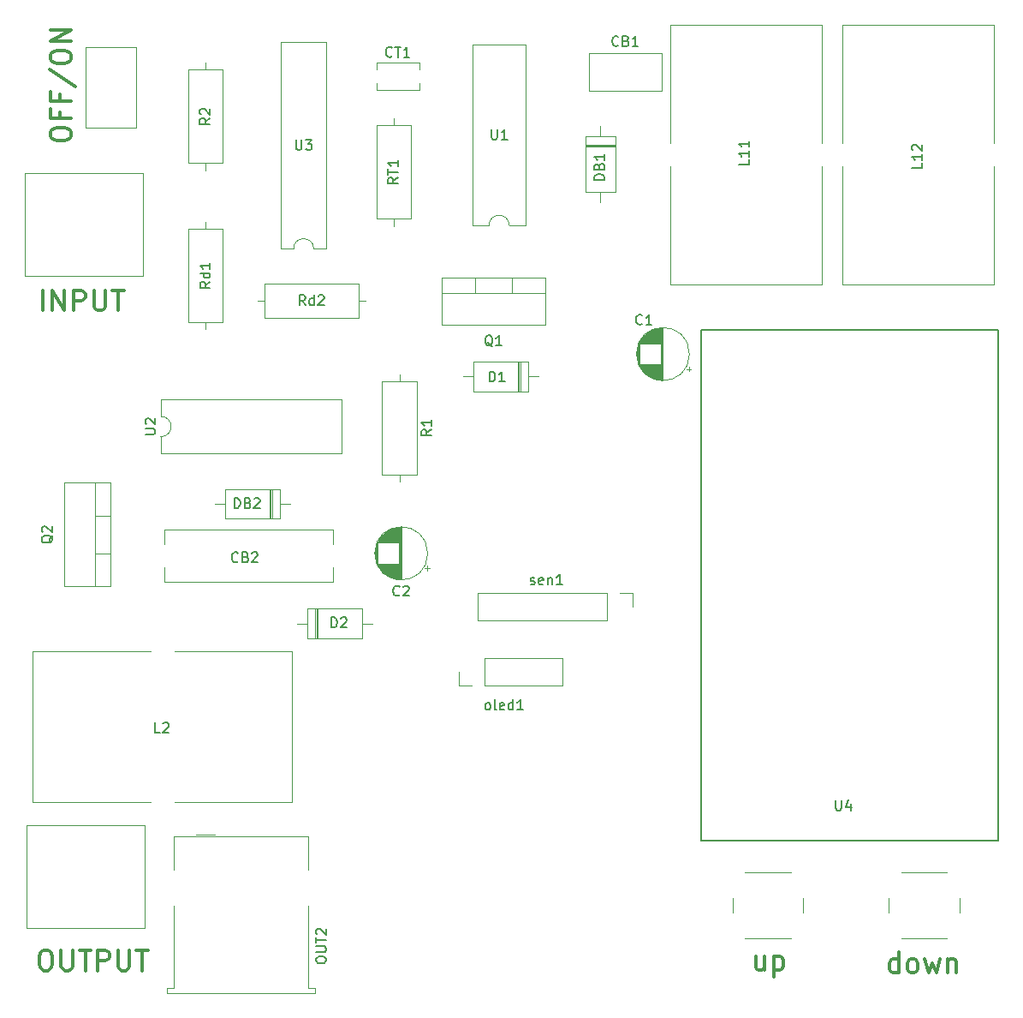
<source format=gbr>
%TF.GenerationSoftware,KiCad,Pcbnew,(5.1.10-1-10_14)*%
%TF.CreationDate,2022-02-05T19:01:55-05:00*%
%TF.ProjectId,Proyecto_ELPO_PV,50726f79-6563-4746-9f5f-454c504f5f50,rev?*%
%TF.SameCoordinates,Original*%
%TF.FileFunction,Legend,Top*%
%TF.FilePolarity,Positive*%
%FSLAX46Y46*%
G04 Gerber Fmt 4.6, Leading zero omitted, Abs format (unit mm)*
G04 Created by KiCad (PCBNEW (5.1.10-1-10_14)) date 2022-02-05 19:01:55*
%MOMM*%
%LPD*%
G01*
G04 APERTURE LIST*
%ADD10C,0.120000*%
%ADD11C,0.127000*%
%ADD12C,0.350000*%
%ADD13C,0.150000*%
G04 APERTURE END LIST*
D10*
%TO.C,OFF/ON*%
X49947200Y-42188900D02*
X44947200Y-42188900D01*
X44947200Y-34188900D02*
X44947200Y-42188900D01*
X49947200Y-34188900D02*
X44947200Y-34188900D01*
X49947200Y-42188900D02*
X49947200Y-34188900D01*
%TO.C,OUTPUT*%
X50774400Y-121208800D02*
X50774400Y-111048800D01*
X50774400Y-121208800D02*
X39074400Y-121208800D01*
X39074400Y-111048800D02*
X39074400Y-121208800D01*
X50774400Y-111048800D02*
X39074400Y-111048800D01*
%TO.C,INPUT*%
X50634700Y-46621700D02*
X38934700Y-46621700D01*
X38934700Y-46621700D02*
X38934700Y-56781700D01*
X38934700Y-56781700D02*
X50634700Y-56781700D01*
X50634700Y-56781700D02*
X50634700Y-46621700D01*
%TO.C,U1*%
X83176600Y-51812500D02*
X84826600Y-51812500D01*
X83176600Y-33912500D02*
X83176600Y-51812500D01*
X88476600Y-33912500D02*
X83176600Y-33912500D01*
X88476600Y-51812500D02*
X88476600Y-33912500D01*
X86826600Y-51812500D02*
X88476600Y-51812500D01*
X84826600Y-51812500D02*
G75*
G02*
X86826600Y-51812500I1000000J0D01*
G01*
D11*
%TO.C,U4*%
X135172200Y-62176000D02*
X135172200Y-112576000D01*
X135172200Y-112576000D02*
X105772200Y-112576000D01*
X105772200Y-112576000D02*
X105772200Y-62176000D01*
X105772200Y-62176000D02*
X135172200Y-62176000D01*
D10*
%TO.C,oled1*%
X92084200Y-97240400D02*
X92084200Y-94580400D01*
X84404200Y-97240400D02*
X92084200Y-97240400D01*
X84404200Y-94580400D02*
X92084200Y-94580400D01*
X84404200Y-97240400D02*
X84404200Y-94580400D01*
X83134200Y-97240400D02*
X81804200Y-97240400D01*
X81804200Y-97240400D02*
X81804200Y-95910400D01*
%TO.C,sen1*%
X83696500Y-88166900D02*
X83696500Y-90826900D01*
X96456500Y-88166900D02*
X83696500Y-88166900D01*
X96456500Y-90826900D02*
X83696500Y-90826900D01*
X96456500Y-88166900D02*
X96456500Y-90826900D01*
X97726500Y-88166900D02*
X99056500Y-88166900D01*
X99056500Y-88166900D02*
X99056500Y-89496900D01*
%TO.C,down*%
X125637800Y-122238400D02*
X130137800Y-122238400D01*
X124387800Y-118238400D02*
X124387800Y-119738400D01*
X130137800Y-115738400D02*
X125637800Y-115738400D01*
X131387800Y-119738400D02*
X131387800Y-118238400D01*
%TO.C,up*%
X115906500Y-119738400D02*
X115906500Y-118238400D01*
X114656500Y-115738400D02*
X110156500Y-115738400D01*
X108906500Y-118238400D02*
X108906500Y-119738400D01*
X110156500Y-122238400D02*
X114656500Y-122238400D01*
%TO.C,OUT2*%
X53634400Y-127146700D02*
X53634400Y-119036700D01*
X53634400Y-127146700D02*
X52984400Y-127146700D01*
X53634400Y-112186700D02*
X66954400Y-112186700D01*
X53634400Y-112186700D02*
X53634400Y-115516700D01*
X66954400Y-112186700D02*
X66954400Y-115516700D01*
X67604400Y-127666700D02*
X67604400Y-127146700D01*
X52984400Y-127666700D02*
X67604400Y-127666700D01*
X66954400Y-119036700D02*
X66954400Y-127146700D01*
X52984400Y-127146700D02*
X52984400Y-127666700D01*
X67604400Y-127146700D02*
X66954400Y-127146700D01*
X55894400Y-111966700D02*
X57694400Y-111966700D01*
%TO.C,C2*%
X78763800Y-84213700D02*
G75*
G03*
X78763800Y-84213700I-2620000J0D01*
G01*
X76143800Y-86793700D02*
X76143800Y-81633700D01*
X76103800Y-86793700D02*
X76103800Y-81633700D01*
X76063800Y-86792700D02*
X76063800Y-81634700D01*
X76023800Y-86791700D02*
X76023800Y-81635700D01*
X75983800Y-86789700D02*
X75983800Y-81637700D01*
X75943800Y-86786700D02*
X75943800Y-81640700D01*
X75903800Y-86782700D02*
X75903800Y-85253700D01*
X75903800Y-83173700D02*
X75903800Y-81644700D01*
X75863800Y-86778700D02*
X75863800Y-85253700D01*
X75863800Y-83173700D02*
X75863800Y-81648700D01*
X75823800Y-86774700D02*
X75823800Y-85253700D01*
X75823800Y-83173700D02*
X75823800Y-81652700D01*
X75783800Y-86769700D02*
X75783800Y-85253700D01*
X75783800Y-83173700D02*
X75783800Y-81657700D01*
X75743800Y-86763700D02*
X75743800Y-85253700D01*
X75743800Y-83173700D02*
X75743800Y-81663700D01*
X75703800Y-86756700D02*
X75703800Y-85253700D01*
X75703800Y-83173700D02*
X75703800Y-81670700D01*
X75663800Y-86749700D02*
X75663800Y-85253700D01*
X75663800Y-83173700D02*
X75663800Y-81677700D01*
X75623800Y-86741700D02*
X75623800Y-85253700D01*
X75623800Y-83173700D02*
X75623800Y-81685700D01*
X75583800Y-86733700D02*
X75583800Y-85253700D01*
X75583800Y-83173700D02*
X75583800Y-81693700D01*
X75543800Y-86724700D02*
X75543800Y-85253700D01*
X75543800Y-83173700D02*
X75543800Y-81702700D01*
X75503800Y-86714700D02*
X75503800Y-85253700D01*
X75503800Y-83173700D02*
X75503800Y-81712700D01*
X75463800Y-86704700D02*
X75463800Y-85253700D01*
X75463800Y-83173700D02*
X75463800Y-81722700D01*
X75422800Y-86693700D02*
X75422800Y-85253700D01*
X75422800Y-83173700D02*
X75422800Y-81733700D01*
X75382800Y-86681700D02*
X75382800Y-85253700D01*
X75382800Y-83173700D02*
X75382800Y-81745700D01*
X75342800Y-86668700D02*
X75342800Y-85253700D01*
X75342800Y-83173700D02*
X75342800Y-81758700D01*
X75302800Y-86655700D02*
X75302800Y-85253700D01*
X75302800Y-83173700D02*
X75302800Y-81771700D01*
X75262800Y-86641700D02*
X75262800Y-85253700D01*
X75262800Y-83173700D02*
X75262800Y-81785700D01*
X75222800Y-86627700D02*
X75222800Y-85253700D01*
X75222800Y-83173700D02*
X75222800Y-81799700D01*
X75182800Y-86611700D02*
X75182800Y-85253700D01*
X75182800Y-83173700D02*
X75182800Y-81815700D01*
X75142800Y-86595700D02*
X75142800Y-85253700D01*
X75142800Y-83173700D02*
X75142800Y-81831700D01*
X75102800Y-86578700D02*
X75102800Y-85253700D01*
X75102800Y-83173700D02*
X75102800Y-81848700D01*
X75062800Y-86561700D02*
X75062800Y-85253700D01*
X75062800Y-83173700D02*
X75062800Y-81865700D01*
X75022800Y-86542700D02*
X75022800Y-85253700D01*
X75022800Y-83173700D02*
X75022800Y-81884700D01*
X74982800Y-86523700D02*
X74982800Y-85253700D01*
X74982800Y-83173700D02*
X74982800Y-81903700D01*
X74942800Y-86503700D02*
X74942800Y-85253700D01*
X74942800Y-83173700D02*
X74942800Y-81923700D01*
X74902800Y-86481700D02*
X74902800Y-85253700D01*
X74902800Y-83173700D02*
X74902800Y-81945700D01*
X74862800Y-86460700D02*
X74862800Y-85253700D01*
X74862800Y-83173700D02*
X74862800Y-81966700D01*
X74822800Y-86437700D02*
X74822800Y-85253700D01*
X74822800Y-83173700D02*
X74822800Y-81989700D01*
X74782800Y-86413700D02*
X74782800Y-85253700D01*
X74782800Y-83173700D02*
X74782800Y-82013700D01*
X74742800Y-86388700D02*
X74742800Y-85253700D01*
X74742800Y-83173700D02*
X74742800Y-82038700D01*
X74702800Y-86362700D02*
X74702800Y-85253700D01*
X74702800Y-83173700D02*
X74702800Y-82064700D01*
X74662800Y-86335700D02*
X74662800Y-85253700D01*
X74662800Y-83173700D02*
X74662800Y-82091700D01*
X74622800Y-86308700D02*
X74622800Y-85253700D01*
X74622800Y-83173700D02*
X74622800Y-82118700D01*
X74582800Y-86278700D02*
X74582800Y-85253700D01*
X74582800Y-83173700D02*
X74582800Y-82148700D01*
X74542800Y-86248700D02*
X74542800Y-85253700D01*
X74542800Y-83173700D02*
X74542800Y-82178700D01*
X74502800Y-86217700D02*
X74502800Y-85253700D01*
X74502800Y-83173700D02*
X74502800Y-82209700D01*
X74462800Y-86184700D02*
X74462800Y-85253700D01*
X74462800Y-83173700D02*
X74462800Y-82242700D01*
X74422800Y-86150700D02*
X74422800Y-85253700D01*
X74422800Y-83173700D02*
X74422800Y-82276700D01*
X74382800Y-86114700D02*
X74382800Y-85253700D01*
X74382800Y-83173700D02*
X74382800Y-82312700D01*
X74342800Y-86077700D02*
X74342800Y-85253700D01*
X74342800Y-83173700D02*
X74342800Y-82349700D01*
X74302800Y-86039700D02*
X74302800Y-85253700D01*
X74302800Y-83173700D02*
X74302800Y-82387700D01*
X74262800Y-85998700D02*
X74262800Y-85253700D01*
X74262800Y-83173700D02*
X74262800Y-82428700D01*
X74222800Y-85956700D02*
X74222800Y-85253700D01*
X74222800Y-83173700D02*
X74222800Y-82470700D01*
X74182800Y-85912700D02*
X74182800Y-85253700D01*
X74182800Y-83173700D02*
X74182800Y-82514700D01*
X74142800Y-85866700D02*
X74142800Y-85253700D01*
X74142800Y-83173700D02*
X74142800Y-82560700D01*
X74102800Y-85818700D02*
X74102800Y-85253700D01*
X74102800Y-83173700D02*
X74102800Y-82608700D01*
X74062800Y-85767700D02*
X74062800Y-85253700D01*
X74062800Y-83173700D02*
X74062800Y-82659700D01*
X74022800Y-85713700D02*
X74022800Y-85253700D01*
X74022800Y-83173700D02*
X74022800Y-82713700D01*
X73982800Y-85656700D02*
X73982800Y-85253700D01*
X73982800Y-83173700D02*
X73982800Y-82770700D01*
X73942800Y-85596700D02*
X73942800Y-85253700D01*
X73942800Y-83173700D02*
X73942800Y-82830700D01*
X73902800Y-85532700D02*
X73902800Y-85253700D01*
X73902800Y-83173700D02*
X73902800Y-82894700D01*
X73862800Y-85464700D02*
X73862800Y-85253700D01*
X73862800Y-83173700D02*
X73862800Y-82962700D01*
X73822800Y-85391700D02*
X73822800Y-83035700D01*
X73782800Y-85311700D02*
X73782800Y-83115700D01*
X73742800Y-85224700D02*
X73742800Y-83202700D01*
X73702800Y-85128700D02*
X73702800Y-83298700D01*
X73662800Y-85018700D02*
X73662800Y-83408700D01*
X73622800Y-84890700D02*
X73622800Y-83536700D01*
X73582800Y-84731700D02*
X73582800Y-83695700D01*
X73542800Y-84497700D02*
X73542800Y-83929700D01*
X78948575Y-85688700D02*
X78448575Y-85688700D01*
X78698575Y-85938700D02*
X78698575Y-85438700D01*
%TO.C,D2*%
X66863300Y-89690600D02*
X66863300Y-92630600D01*
X66863300Y-92630600D02*
X72303300Y-92630600D01*
X72303300Y-92630600D02*
X72303300Y-89690600D01*
X72303300Y-89690600D02*
X66863300Y-89690600D01*
X65843300Y-91160600D02*
X66863300Y-91160600D01*
X73323300Y-91160600D02*
X72303300Y-91160600D01*
X67763300Y-89690600D02*
X67763300Y-92630600D01*
X67883300Y-89690600D02*
X67883300Y-92630600D01*
X67643300Y-89690600D02*
X67643300Y-92630600D01*
%TO.C,L2*%
X65359900Y-93880000D02*
X65359900Y-108820000D01*
X39719900Y-93880000D02*
X39719900Y-108820000D01*
X53705900Y-108820000D02*
X65359900Y-108820000D01*
X39719900Y-108820000D02*
X51373900Y-108820000D01*
X53705900Y-93880000D02*
X65359900Y-93880000D01*
X39719900Y-93880000D02*
X51373900Y-93880000D01*
%TO.C,Q2*%
X47415200Y-84197800D02*
X45905200Y-84197800D01*
X47415200Y-80496800D02*
X45905200Y-80496800D01*
X45905200Y-77226800D02*
X45905200Y-87466800D01*
X47415200Y-87466800D02*
X42774200Y-87466800D01*
X47415200Y-77226800D02*
X42774200Y-77226800D01*
X42774200Y-77226800D02*
X42774200Y-87466800D01*
X47415200Y-77226800D02*
X47415200Y-87466800D01*
%TO.C,R1*%
X77691400Y-67198500D02*
X74251400Y-67198500D01*
X74251400Y-67198500D02*
X74251400Y-76438500D01*
X74251400Y-76438500D02*
X77691400Y-76438500D01*
X77691400Y-76438500D02*
X77691400Y-67198500D01*
X75971400Y-66508500D02*
X75971400Y-67198500D01*
X75971400Y-77128500D02*
X75971400Y-76438500D01*
%TO.C,U2*%
X52378300Y-72678800D02*
X52378300Y-74328800D01*
X52378300Y-74328800D02*
X70278300Y-74328800D01*
X70278300Y-74328800D02*
X70278300Y-69028800D01*
X70278300Y-69028800D02*
X52378300Y-69028800D01*
X52378300Y-69028800D02*
X52378300Y-70678800D01*
X52378300Y-70678800D02*
G75*
G02*
X52378300Y-72678800I0J-1000000D01*
G01*
%TO.C,DB2*%
X63369900Y-80781500D02*
X63369900Y-77841500D01*
X63129900Y-80781500D02*
X63129900Y-77841500D01*
X63249900Y-80781500D02*
X63249900Y-77841500D01*
X57689900Y-79311500D02*
X58709900Y-79311500D01*
X65169900Y-79311500D02*
X64149900Y-79311500D01*
X58709900Y-80781500D02*
X64149900Y-80781500D01*
X58709900Y-77841500D02*
X58709900Y-80781500D01*
X64149900Y-77841500D02*
X58709900Y-77841500D01*
X64149900Y-80781500D02*
X64149900Y-77841500D01*
%TO.C,CB2*%
X69437300Y-87062300D02*
X52697300Y-87062300D01*
X69437300Y-81822300D02*
X52697300Y-81822300D01*
X69437300Y-87062300D02*
X69437300Y-85546300D01*
X69437300Y-83338300D02*
X69437300Y-81822300D01*
X52697300Y-87062300D02*
X52697300Y-85546300D01*
X52697300Y-83338300D02*
X52697300Y-81822300D01*
%TO.C,Rd2*%
X62664600Y-57538200D02*
X62664600Y-60978200D01*
X62664600Y-60978200D02*
X71904600Y-60978200D01*
X71904600Y-60978200D02*
X71904600Y-57538200D01*
X71904600Y-57538200D02*
X62664600Y-57538200D01*
X61974600Y-59258200D02*
X62664600Y-59258200D01*
X72594600Y-59258200D02*
X71904600Y-59258200D01*
%TO.C,Q1*%
X80160500Y-56953400D02*
X90400500Y-56953400D01*
X80160500Y-61594400D02*
X90400500Y-61594400D01*
X80160500Y-56953400D02*
X80160500Y-61594400D01*
X90400500Y-56953400D02*
X90400500Y-61594400D01*
X80160500Y-58463400D02*
X90400500Y-58463400D01*
X83430500Y-56953400D02*
X83430500Y-58463400D01*
X87131500Y-56953400D02*
X87131500Y-58463400D01*
%TO.C,DB1*%
X97304200Y-43818100D02*
X94364200Y-43818100D01*
X97304200Y-44058100D02*
X94364200Y-44058100D01*
X97304200Y-43938100D02*
X94364200Y-43938100D01*
X95834200Y-49498100D02*
X95834200Y-48478100D01*
X95834200Y-42018100D02*
X95834200Y-43038100D01*
X97304200Y-48478100D02*
X97304200Y-43038100D01*
X94364200Y-48478100D02*
X97304200Y-48478100D01*
X94364200Y-43038100D02*
X94364200Y-48478100D01*
X97304200Y-43038100D02*
X94364200Y-43038100D01*
%TO.C,CB1*%
X94676100Y-34769500D02*
X101916100Y-34769500D01*
X94676100Y-38509500D02*
X101916100Y-38509500D01*
X94676100Y-34769500D02*
X94676100Y-38509500D01*
X101916100Y-34769500D02*
X101916100Y-38509500D01*
%TO.C,D1*%
X87919000Y-68208500D02*
X87919000Y-65268500D01*
X87679000Y-68208500D02*
X87679000Y-65268500D01*
X87799000Y-68208500D02*
X87799000Y-65268500D01*
X82239000Y-66738500D02*
X83259000Y-66738500D01*
X89719000Y-66738500D02*
X88699000Y-66738500D01*
X83259000Y-68208500D02*
X88699000Y-68208500D01*
X83259000Y-65268500D02*
X83259000Y-68208500D01*
X88699000Y-65268500D02*
X83259000Y-65268500D01*
X88699000Y-68208500D02*
X88699000Y-65268500D01*
%TO.C,L11*%
X102782700Y-57625600D02*
X102782700Y-45971600D01*
X102782700Y-43639600D02*
X102782700Y-31985600D01*
X117722700Y-57625600D02*
X117722700Y-45971600D01*
X117722700Y-43639600D02*
X117722700Y-31985600D01*
X102782700Y-57625600D02*
X117722700Y-57625600D01*
X102782700Y-31985600D02*
X117722700Y-31985600D01*
%TO.C,L12*%
X119800700Y-31998300D02*
X134740700Y-31998300D01*
X119800700Y-57638300D02*
X134740700Y-57638300D01*
X134740700Y-43652300D02*
X134740700Y-31998300D01*
X134740700Y-57638300D02*
X134740700Y-45984300D01*
X119800700Y-43652300D02*
X119800700Y-31998300D01*
X119800700Y-57638300D02*
X119800700Y-45984300D01*
%TO.C,R2*%
X56781700Y-35736400D02*
X56781700Y-36426400D01*
X56781700Y-46356400D02*
X56781700Y-45666400D01*
X55061700Y-36426400D02*
X55061700Y-45666400D01*
X58501700Y-36426400D02*
X55061700Y-36426400D01*
X58501700Y-45666400D02*
X58501700Y-36426400D01*
X55061700Y-45666400D02*
X58501700Y-45666400D01*
%TO.C,U3*%
X67497200Y-54123900D02*
X68747200Y-54123900D01*
X68747200Y-54123900D02*
X68747200Y-33683900D01*
X68747200Y-33683900D02*
X64247200Y-33683900D01*
X64247200Y-33683900D02*
X64247200Y-54123900D01*
X64247200Y-54123900D02*
X65497200Y-54123900D01*
X65497200Y-54123900D02*
G75*
G02*
X67497200Y-54123900I1000000J0D01*
G01*
%TO.C,C1*%
X104646400Y-64516000D02*
G75*
G03*
X104646400Y-64516000I-2620000J0D01*
G01*
X102026400Y-67096000D02*
X102026400Y-61936000D01*
X101986400Y-67096000D02*
X101986400Y-61936000D01*
X101946400Y-67095000D02*
X101946400Y-61937000D01*
X101906400Y-67094000D02*
X101906400Y-61938000D01*
X101866400Y-67092000D02*
X101866400Y-61940000D01*
X101826400Y-67089000D02*
X101826400Y-61943000D01*
X101786400Y-67085000D02*
X101786400Y-65556000D01*
X101786400Y-63476000D02*
X101786400Y-61947000D01*
X101746400Y-67081000D02*
X101746400Y-65556000D01*
X101746400Y-63476000D02*
X101746400Y-61951000D01*
X101706400Y-67077000D02*
X101706400Y-65556000D01*
X101706400Y-63476000D02*
X101706400Y-61955000D01*
X101666400Y-67072000D02*
X101666400Y-65556000D01*
X101666400Y-63476000D02*
X101666400Y-61960000D01*
X101626400Y-67066000D02*
X101626400Y-65556000D01*
X101626400Y-63476000D02*
X101626400Y-61966000D01*
X101586400Y-67059000D02*
X101586400Y-65556000D01*
X101586400Y-63476000D02*
X101586400Y-61973000D01*
X101546400Y-67052000D02*
X101546400Y-65556000D01*
X101546400Y-63476000D02*
X101546400Y-61980000D01*
X101506400Y-67044000D02*
X101506400Y-65556000D01*
X101506400Y-63476000D02*
X101506400Y-61988000D01*
X101466400Y-67036000D02*
X101466400Y-65556000D01*
X101466400Y-63476000D02*
X101466400Y-61996000D01*
X101426400Y-67027000D02*
X101426400Y-65556000D01*
X101426400Y-63476000D02*
X101426400Y-62005000D01*
X101386400Y-67017000D02*
X101386400Y-65556000D01*
X101386400Y-63476000D02*
X101386400Y-62015000D01*
X101346400Y-67007000D02*
X101346400Y-65556000D01*
X101346400Y-63476000D02*
X101346400Y-62025000D01*
X101305400Y-66996000D02*
X101305400Y-65556000D01*
X101305400Y-63476000D02*
X101305400Y-62036000D01*
X101265400Y-66984000D02*
X101265400Y-65556000D01*
X101265400Y-63476000D02*
X101265400Y-62048000D01*
X101225400Y-66971000D02*
X101225400Y-65556000D01*
X101225400Y-63476000D02*
X101225400Y-62061000D01*
X101185400Y-66958000D02*
X101185400Y-65556000D01*
X101185400Y-63476000D02*
X101185400Y-62074000D01*
X101145400Y-66944000D02*
X101145400Y-65556000D01*
X101145400Y-63476000D02*
X101145400Y-62088000D01*
X101105400Y-66930000D02*
X101105400Y-65556000D01*
X101105400Y-63476000D02*
X101105400Y-62102000D01*
X101065400Y-66914000D02*
X101065400Y-65556000D01*
X101065400Y-63476000D02*
X101065400Y-62118000D01*
X101025400Y-66898000D02*
X101025400Y-65556000D01*
X101025400Y-63476000D02*
X101025400Y-62134000D01*
X100985400Y-66881000D02*
X100985400Y-65556000D01*
X100985400Y-63476000D02*
X100985400Y-62151000D01*
X100945400Y-66864000D02*
X100945400Y-65556000D01*
X100945400Y-63476000D02*
X100945400Y-62168000D01*
X100905400Y-66845000D02*
X100905400Y-65556000D01*
X100905400Y-63476000D02*
X100905400Y-62187000D01*
X100865400Y-66826000D02*
X100865400Y-65556000D01*
X100865400Y-63476000D02*
X100865400Y-62206000D01*
X100825400Y-66806000D02*
X100825400Y-65556000D01*
X100825400Y-63476000D02*
X100825400Y-62226000D01*
X100785400Y-66784000D02*
X100785400Y-65556000D01*
X100785400Y-63476000D02*
X100785400Y-62248000D01*
X100745400Y-66763000D02*
X100745400Y-65556000D01*
X100745400Y-63476000D02*
X100745400Y-62269000D01*
X100705400Y-66740000D02*
X100705400Y-65556000D01*
X100705400Y-63476000D02*
X100705400Y-62292000D01*
X100665400Y-66716000D02*
X100665400Y-65556000D01*
X100665400Y-63476000D02*
X100665400Y-62316000D01*
X100625400Y-66691000D02*
X100625400Y-65556000D01*
X100625400Y-63476000D02*
X100625400Y-62341000D01*
X100585400Y-66665000D02*
X100585400Y-65556000D01*
X100585400Y-63476000D02*
X100585400Y-62367000D01*
X100545400Y-66638000D02*
X100545400Y-65556000D01*
X100545400Y-63476000D02*
X100545400Y-62394000D01*
X100505400Y-66611000D02*
X100505400Y-65556000D01*
X100505400Y-63476000D02*
X100505400Y-62421000D01*
X100465400Y-66581000D02*
X100465400Y-65556000D01*
X100465400Y-63476000D02*
X100465400Y-62451000D01*
X100425400Y-66551000D02*
X100425400Y-65556000D01*
X100425400Y-63476000D02*
X100425400Y-62481000D01*
X100385400Y-66520000D02*
X100385400Y-65556000D01*
X100385400Y-63476000D02*
X100385400Y-62512000D01*
X100345400Y-66487000D02*
X100345400Y-65556000D01*
X100345400Y-63476000D02*
X100345400Y-62545000D01*
X100305400Y-66453000D02*
X100305400Y-65556000D01*
X100305400Y-63476000D02*
X100305400Y-62579000D01*
X100265400Y-66417000D02*
X100265400Y-65556000D01*
X100265400Y-63476000D02*
X100265400Y-62615000D01*
X100225400Y-66380000D02*
X100225400Y-65556000D01*
X100225400Y-63476000D02*
X100225400Y-62652000D01*
X100185400Y-66342000D02*
X100185400Y-65556000D01*
X100185400Y-63476000D02*
X100185400Y-62690000D01*
X100145400Y-66301000D02*
X100145400Y-65556000D01*
X100145400Y-63476000D02*
X100145400Y-62731000D01*
X100105400Y-66259000D02*
X100105400Y-65556000D01*
X100105400Y-63476000D02*
X100105400Y-62773000D01*
X100065400Y-66215000D02*
X100065400Y-65556000D01*
X100065400Y-63476000D02*
X100065400Y-62817000D01*
X100025400Y-66169000D02*
X100025400Y-65556000D01*
X100025400Y-63476000D02*
X100025400Y-62863000D01*
X99985400Y-66121000D02*
X99985400Y-65556000D01*
X99985400Y-63476000D02*
X99985400Y-62911000D01*
X99945400Y-66070000D02*
X99945400Y-65556000D01*
X99945400Y-63476000D02*
X99945400Y-62962000D01*
X99905400Y-66016000D02*
X99905400Y-65556000D01*
X99905400Y-63476000D02*
X99905400Y-63016000D01*
X99865400Y-65959000D02*
X99865400Y-65556000D01*
X99865400Y-63476000D02*
X99865400Y-63073000D01*
X99825400Y-65899000D02*
X99825400Y-65556000D01*
X99825400Y-63476000D02*
X99825400Y-63133000D01*
X99785400Y-65835000D02*
X99785400Y-65556000D01*
X99785400Y-63476000D02*
X99785400Y-63197000D01*
X99745400Y-65767000D02*
X99745400Y-65556000D01*
X99745400Y-63476000D02*
X99745400Y-63265000D01*
X99705400Y-65694000D02*
X99705400Y-63338000D01*
X99665400Y-65614000D02*
X99665400Y-63418000D01*
X99625400Y-65527000D02*
X99625400Y-63505000D01*
X99585400Y-65431000D02*
X99585400Y-63601000D01*
X99545400Y-65321000D02*
X99545400Y-63711000D01*
X99505400Y-65193000D02*
X99505400Y-63839000D01*
X99465400Y-65034000D02*
X99465400Y-63998000D01*
X99425400Y-64800000D02*
X99425400Y-64232000D01*
X104831175Y-65991000D02*
X104331175Y-65991000D01*
X104581175Y-66241000D02*
X104581175Y-65741000D01*
%TO.C,CT1*%
X77984400Y-38441300D02*
X73744400Y-38441300D01*
X77984400Y-35701300D02*
X73744400Y-35701300D01*
X77984400Y-38441300D02*
X77984400Y-37736300D01*
X77984400Y-36406300D02*
X77984400Y-35701300D01*
X73744400Y-38441300D02*
X73744400Y-37736300D01*
X73744400Y-36406300D02*
X73744400Y-35701300D01*
%TO.C,Rd1*%
X58501700Y-52136300D02*
X55061700Y-52136300D01*
X55061700Y-52136300D02*
X55061700Y-61376300D01*
X55061700Y-61376300D02*
X58501700Y-61376300D01*
X58501700Y-61376300D02*
X58501700Y-52136300D01*
X56781700Y-51446300D02*
X56781700Y-52136300D01*
X56781700Y-62066300D02*
X56781700Y-61376300D01*
%TO.C,RT1*%
X75399900Y-41235500D02*
X75399900Y-41925500D01*
X75399900Y-51855500D02*
X75399900Y-51165500D01*
X73679900Y-41925500D02*
X73679900Y-51165500D01*
X77119900Y-41925500D02*
X73679900Y-41925500D01*
X77119900Y-51165500D02*
X77119900Y-41925500D01*
X73679900Y-51165500D02*
X77119900Y-51165500D01*
%TO.C,OFF/ON*%
D12*
X41475161Y-42969819D02*
X41475161Y-42588866D01*
X41570400Y-42398390D01*
X41760876Y-42207914D01*
X42141828Y-42112676D01*
X42808495Y-42112676D01*
X43189447Y-42207914D01*
X43379923Y-42398390D01*
X43475161Y-42588866D01*
X43475161Y-42969819D01*
X43379923Y-43160295D01*
X43189447Y-43350771D01*
X42808495Y-43446009D01*
X42141828Y-43446009D01*
X41760876Y-43350771D01*
X41570400Y-43160295D01*
X41475161Y-42969819D01*
X42427542Y-40588866D02*
X42427542Y-41255533D01*
X43475161Y-41255533D02*
X41475161Y-41255533D01*
X41475161Y-40303152D01*
X42427542Y-38874580D02*
X42427542Y-39541247D01*
X43475161Y-39541247D02*
X41475161Y-39541247D01*
X41475161Y-38588866D01*
X41379923Y-36398390D02*
X43951352Y-38112676D01*
X41475161Y-35350771D02*
X41475161Y-34969819D01*
X41570400Y-34779342D01*
X41760876Y-34588866D01*
X42141828Y-34493628D01*
X42808495Y-34493628D01*
X43189447Y-34588866D01*
X43379923Y-34779342D01*
X43475161Y-34969819D01*
X43475161Y-35350771D01*
X43379923Y-35541247D01*
X43189447Y-35731723D01*
X42808495Y-35826961D01*
X42141828Y-35826961D01*
X41760876Y-35731723D01*
X41570400Y-35541247D01*
X41475161Y-35350771D01*
X43475161Y-33636485D02*
X41475161Y-33636485D01*
X43475161Y-32493628D01*
X41475161Y-32493628D01*
%TO.C,OUTPUT*%
X40796176Y-123428261D02*
X41177128Y-123428261D01*
X41367604Y-123523500D01*
X41558080Y-123713976D01*
X41653319Y-124094928D01*
X41653319Y-124761595D01*
X41558080Y-125142547D01*
X41367604Y-125333023D01*
X41177128Y-125428261D01*
X40796176Y-125428261D01*
X40605700Y-125333023D01*
X40415223Y-125142547D01*
X40319985Y-124761595D01*
X40319985Y-124094928D01*
X40415223Y-123713976D01*
X40605700Y-123523500D01*
X40796176Y-123428261D01*
X42510461Y-123428261D02*
X42510461Y-125047309D01*
X42605700Y-125237785D01*
X42700938Y-125333023D01*
X42891414Y-125428261D01*
X43272366Y-125428261D01*
X43462842Y-125333023D01*
X43558080Y-125237785D01*
X43653319Y-125047309D01*
X43653319Y-123428261D01*
X44319985Y-123428261D02*
X45462842Y-123428261D01*
X44891414Y-125428261D02*
X44891414Y-123428261D01*
X46129509Y-125428261D02*
X46129509Y-123428261D01*
X46891414Y-123428261D01*
X47081890Y-123523500D01*
X47177128Y-123618738D01*
X47272366Y-123809214D01*
X47272366Y-124094928D01*
X47177128Y-124285404D01*
X47081890Y-124380642D01*
X46891414Y-124475880D01*
X46129509Y-124475880D01*
X48129509Y-123428261D02*
X48129509Y-125047309D01*
X48224747Y-125237785D01*
X48319985Y-125333023D01*
X48510461Y-125428261D01*
X48891414Y-125428261D01*
X49081890Y-125333023D01*
X49177128Y-125237785D01*
X49272366Y-125047309D01*
X49272366Y-123428261D01*
X49939033Y-123428261D02*
X51081890Y-123428261D01*
X50510461Y-125428261D02*
X50510461Y-123428261D01*
%TO.C,INPUT*%
X40707157Y-60213761D02*
X40707157Y-58213761D01*
X41659538Y-60213761D02*
X41659538Y-58213761D01*
X42802395Y-60213761D01*
X42802395Y-58213761D01*
X43754776Y-60213761D02*
X43754776Y-58213761D01*
X44516680Y-58213761D01*
X44707157Y-58309000D01*
X44802395Y-58404238D01*
X44897633Y-58594714D01*
X44897633Y-58880428D01*
X44802395Y-59070904D01*
X44707157Y-59166142D01*
X44516680Y-59261380D01*
X43754776Y-59261380D01*
X45754776Y-58213761D02*
X45754776Y-59832809D01*
X45850014Y-60023285D01*
X45945252Y-60118523D01*
X46135728Y-60213761D01*
X46516680Y-60213761D01*
X46707157Y-60118523D01*
X46802395Y-60023285D01*
X46897633Y-59832809D01*
X46897633Y-58213761D01*
X47564300Y-58213761D02*
X48707157Y-58213761D01*
X48135728Y-60213761D02*
X48135728Y-58213761D01*
%TO.C,U1*%
D13*
X85064695Y-42314880D02*
X85064695Y-43124404D01*
X85112314Y-43219642D01*
X85159933Y-43267261D01*
X85255171Y-43314880D01*
X85445647Y-43314880D01*
X85540885Y-43267261D01*
X85588504Y-43219642D01*
X85636123Y-43124404D01*
X85636123Y-42314880D01*
X86636123Y-43314880D02*
X86064695Y-43314880D01*
X86350409Y-43314880D02*
X86350409Y-42314880D01*
X86255171Y-42457738D01*
X86159933Y-42552976D01*
X86064695Y-42600595D01*
%TO.C,U4*%
X119113101Y-108595969D02*
X119113101Y-109405805D01*
X119160738Y-109501080D01*
X119208376Y-109548718D01*
X119303650Y-109596355D01*
X119494200Y-109596355D01*
X119589475Y-109548718D01*
X119637112Y-109501080D01*
X119684750Y-109405805D01*
X119684750Y-108595969D01*
X120589861Y-108929431D02*
X120589861Y-109596355D01*
X120351674Y-108548332D02*
X120113487Y-109262893D01*
X120732773Y-109262893D01*
%TO.C,oled1*%
X84631423Y-99664780D02*
X84536185Y-99617161D01*
X84488566Y-99569542D01*
X84440947Y-99474304D01*
X84440947Y-99188590D01*
X84488566Y-99093352D01*
X84536185Y-99045733D01*
X84631423Y-98998114D01*
X84774280Y-98998114D01*
X84869519Y-99045733D01*
X84917138Y-99093352D01*
X84964757Y-99188590D01*
X84964757Y-99474304D01*
X84917138Y-99569542D01*
X84869519Y-99617161D01*
X84774280Y-99664780D01*
X84631423Y-99664780D01*
X85536185Y-99664780D02*
X85440947Y-99617161D01*
X85393328Y-99521923D01*
X85393328Y-98664780D01*
X86298090Y-99617161D02*
X86202852Y-99664780D01*
X86012376Y-99664780D01*
X85917138Y-99617161D01*
X85869519Y-99521923D01*
X85869519Y-99140971D01*
X85917138Y-99045733D01*
X86012376Y-98998114D01*
X86202852Y-98998114D01*
X86298090Y-99045733D01*
X86345709Y-99140971D01*
X86345709Y-99236209D01*
X85869519Y-99331447D01*
X87202852Y-99664780D02*
X87202852Y-98664780D01*
X87202852Y-99617161D02*
X87107614Y-99664780D01*
X86917138Y-99664780D01*
X86821900Y-99617161D01*
X86774280Y-99569542D01*
X86726661Y-99474304D01*
X86726661Y-99188590D01*
X86774280Y-99093352D01*
X86821900Y-99045733D01*
X86917138Y-98998114D01*
X87107614Y-98998114D01*
X87202852Y-99045733D01*
X88202852Y-99664780D02*
X87631423Y-99664780D01*
X87917138Y-99664780D02*
X87917138Y-98664780D01*
X87821900Y-98807638D01*
X87726661Y-98902876D01*
X87631423Y-98950495D01*
%TO.C,sen1*%
X88941471Y-87247361D02*
X89036709Y-87294980D01*
X89227185Y-87294980D01*
X89322423Y-87247361D01*
X89370042Y-87152123D01*
X89370042Y-87104504D01*
X89322423Y-87009266D01*
X89227185Y-86961647D01*
X89084328Y-86961647D01*
X88989090Y-86914028D01*
X88941471Y-86818790D01*
X88941471Y-86771171D01*
X88989090Y-86675933D01*
X89084328Y-86628314D01*
X89227185Y-86628314D01*
X89322423Y-86675933D01*
X90179566Y-87247361D02*
X90084328Y-87294980D01*
X89893852Y-87294980D01*
X89798614Y-87247361D01*
X89750995Y-87152123D01*
X89750995Y-86771171D01*
X89798614Y-86675933D01*
X89893852Y-86628314D01*
X90084328Y-86628314D01*
X90179566Y-86675933D01*
X90227185Y-86771171D01*
X90227185Y-86866409D01*
X89750995Y-86961647D01*
X90655757Y-86628314D02*
X90655757Y-87294980D01*
X90655757Y-86723552D02*
X90703376Y-86675933D01*
X90798614Y-86628314D01*
X90941471Y-86628314D01*
X91036709Y-86675933D01*
X91084328Y-86771171D01*
X91084328Y-87294980D01*
X92084328Y-87294980D02*
X91512900Y-87294980D01*
X91798614Y-87294980D02*
X91798614Y-86294980D01*
X91703376Y-86437838D01*
X91608138Y-86533076D01*
X91512900Y-86580695D01*
%TO.C,down*%
D12*
X125346128Y-125644161D02*
X125346128Y-123644161D01*
X125346128Y-125548923D02*
X125155652Y-125644161D01*
X124774700Y-125644161D01*
X124584223Y-125548923D01*
X124488985Y-125453685D01*
X124393747Y-125263209D01*
X124393747Y-124691780D01*
X124488985Y-124501304D01*
X124584223Y-124406066D01*
X124774700Y-124310828D01*
X125155652Y-124310828D01*
X125346128Y-124406066D01*
X126584223Y-125644161D02*
X126393747Y-125548923D01*
X126298509Y-125453685D01*
X126203271Y-125263209D01*
X126203271Y-124691780D01*
X126298509Y-124501304D01*
X126393747Y-124406066D01*
X126584223Y-124310828D01*
X126869938Y-124310828D01*
X127060414Y-124406066D01*
X127155652Y-124501304D01*
X127250890Y-124691780D01*
X127250890Y-125263209D01*
X127155652Y-125453685D01*
X127060414Y-125548923D01*
X126869938Y-125644161D01*
X126584223Y-125644161D01*
X127917557Y-124310828D02*
X128298509Y-125644161D01*
X128679461Y-124691780D01*
X129060414Y-125644161D01*
X129441366Y-124310828D01*
X130203271Y-124310828D02*
X130203271Y-125644161D01*
X130203271Y-124501304D02*
X130298509Y-124406066D01*
X130488985Y-124310828D01*
X130774700Y-124310828D01*
X130965176Y-124406066D01*
X131060414Y-124596542D01*
X131060414Y-125644161D01*
%TO.C,up*%
X112058509Y-124044128D02*
X112058509Y-125377461D01*
X111201366Y-124044128D02*
X111201366Y-125091747D01*
X111296604Y-125282223D01*
X111487080Y-125377461D01*
X111772795Y-125377461D01*
X111963271Y-125282223D01*
X112058509Y-125186985D01*
X113010890Y-124044128D02*
X113010890Y-126044128D01*
X113010890Y-124139366D02*
X113201366Y-124044128D01*
X113582319Y-124044128D01*
X113772795Y-124139366D01*
X113868033Y-124234604D01*
X113963271Y-124425080D01*
X113963271Y-124996509D01*
X113868033Y-125186985D01*
X113772795Y-125282223D01*
X113582319Y-125377461D01*
X113201366Y-125377461D01*
X113010890Y-125282223D01*
%TO.C,OUT2*%
D13*
X67702180Y-124475690D02*
X67702180Y-124285214D01*
X67749800Y-124189976D01*
X67845038Y-124094738D01*
X68035514Y-124047119D01*
X68368847Y-124047119D01*
X68559323Y-124094738D01*
X68654561Y-124189976D01*
X68702180Y-124285214D01*
X68702180Y-124475690D01*
X68654561Y-124570928D01*
X68559323Y-124666166D01*
X68368847Y-124713785D01*
X68035514Y-124713785D01*
X67845038Y-124666166D01*
X67749800Y-124570928D01*
X67702180Y-124475690D01*
X67702180Y-123618547D02*
X68511704Y-123618547D01*
X68606942Y-123570928D01*
X68654561Y-123523309D01*
X68702180Y-123428071D01*
X68702180Y-123237595D01*
X68654561Y-123142357D01*
X68606942Y-123094738D01*
X68511704Y-123047119D01*
X67702180Y-123047119D01*
X67702180Y-122713785D02*
X67702180Y-122142357D01*
X68702180Y-122428071D02*
X67702180Y-122428071D01*
X67797419Y-121856642D02*
X67749800Y-121809023D01*
X67702180Y-121713785D01*
X67702180Y-121475690D01*
X67749800Y-121380452D01*
X67797419Y-121332833D01*
X67892657Y-121285214D01*
X67987895Y-121285214D01*
X68130752Y-121332833D01*
X68702180Y-121904261D01*
X68702180Y-121285214D01*
%TO.C,C2*%
X75977133Y-88320842D02*
X75929514Y-88368461D01*
X75786657Y-88416080D01*
X75691419Y-88416080D01*
X75548561Y-88368461D01*
X75453323Y-88273223D01*
X75405704Y-88177985D01*
X75358085Y-87987509D01*
X75358085Y-87844652D01*
X75405704Y-87654176D01*
X75453323Y-87558938D01*
X75548561Y-87463700D01*
X75691419Y-87416080D01*
X75786657Y-87416080D01*
X75929514Y-87463700D01*
X75977133Y-87511319D01*
X76358085Y-87511319D02*
X76405704Y-87463700D01*
X76500942Y-87416080D01*
X76739038Y-87416080D01*
X76834276Y-87463700D01*
X76881895Y-87511319D01*
X76929514Y-87606557D01*
X76929514Y-87701795D01*
X76881895Y-87844652D01*
X76310466Y-88416080D01*
X76929514Y-88416080D01*
%TO.C,D2*%
X69226204Y-91536780D02*
X69226204Y-90536780D01*
X69464300Y-90536780D01*
X69607157Y-90584400D01*
X69702395Y-90679638D01*
X69750014Y-90774876D01*
X69797633Y-90965352D01*
X69797633Y-91108209D01*
X69750014Y-91298685D01*
X69702395Y-91393923D01*
X69607157Y-91489161D01*
X69464300Y-91536780D01*
X69226204Y-91536780D01*
X70178585Y-90632019D02*
X70226204Y-90584400D01*
X70321442Y-90536780D01*
X70559538Y-90536780D01*
X70654776Y-90584400D01*
X70702395Y-90632019D01*
X70750014Y-90727257D01*
X70750014Y-90822495D01*
X70702395Y-90965352D01*
X70130966Y-91536780D01*
X70750014Y-91536780D01*
%TO.C,L2*%
X52297033Y-101925380D02*
X51820842Y-101925380D01*
X51820842Y-100925380D01*
X52582747Y-101020619D02*
X52630366Y-100973000D01*
X52725604Y-100925380D01*
X52963700Y-100925380D01*
X53058938Y-100973000D01*
X53106557Y-101020619D01*
X53154176Y-101115857D01*
X53154176Y-101211095D01*
X53106557Y-101353952D01*
X52535128Y-101925380D01*
X53154176Y-101925380D01*
%TO.C,Q2*%
X41692819Y-82442038D02*
X41645200Y-82537276D01*
X41549961Y-82632514D01*
X41407104Y-82775371D01*
X41359485Y-82870609D01*
X41359485Y-82965847D01*
X41597580Y-82918228D02*
X41549961Y-83013466D01*
X41454723Y-83108704D01*
X41264247Y-83156323D01*
X40930914Y-83156323D01*
X40740438Y-83108704D01*
X40645200Y-83013466D01*
X40597580Y-82918228D01*
X40597580Y-82727752D01*
X40645200Y-82632514D01*
X40740438Y-82537276D01*
X40930914Y-82489657D01*
X41264247Y-82489657D01*
X41454723Y-82537276D01*
X41549961Y-82632514D01*
X41597580Y-82727752D01*
X41597580Y-82918228D01*
X40692819Y-82108704D02*
X40645200Y-82061085D01*
X40597580Y-81965847D01*
X40597580Y-81727752D01*
X40645200Y-81632514D01*
X40692819Y-81584895D01*
X40788057Y-81537276D01*
X40883295Y-81537276D01*
X41026152Y-81584895D01*
X41597580Y-82156323D01*
X41597580Y-81537276D01*
%TO.C,R1*%
X79143780Y-71985166D02*
X78667590Y-72318500D01*
X79143780Y-72556595D02*
X78143780Y-72556595D01*
X78143780Y-72175642D01*
X78191400Y-72080404D01*
X78239019Y-72032785D01*
X78334257Y-71985166D01*
X78477114Y-71985166D01*
X78572352Y-72032785D01*
X78619971Y-72080404D01*
X78667590Y-72175642D01*
X78667590Y-72556595D01*
X79143780Y-71032785D02*
X79143780Y-71604214D01*
X79143780Y-71318500D02*
X78143780Y-71318500D01*
X78286638Y-71413738D01*
X78381876Y-71508976D01*
X78429495Y-71604214D01*
%TO.C,U2*%
X50830680Y-72440704D02*
X51640204Y-72440704D01*
X51735442Y-72393085D01*
X51783061Y-72345466D01*
X51830680Y-72250228D01*
X51830680Y-72059752D01*
X51783061Y-71964514D01*
X51735442Y-71916895D01*
X51640204Y-71869276D01*
X50830680Y-71869276D01*
X50925919Y-71440704D02*
X50878300Y-71393085D01*
X50830680Y-71297847D01*
X50830680Y-71059752D01*
X50878300Y-70964514D01*
X50925919Y-70916895D01*
X51021157Y-70869276D01*
X51116395Y-70869276D01*
X51259252Y-70916895D01*
X51830680Y-71488323D01*
X51830680Y-70869276D01*
%TO.C,DB2*%
X59645704Y-79751180D02*
X59645704Y-78751180D01*
X59883800Y-78751180D01*
X60026657Y-78798800D01*
X60121895Y-78894038D01*
X60169514Y-78989276D01*
X60217133Y-79179752D01*
X60217133Y-79322609D01*
X60169514Y-79513085D01*
X60121895Y-79608323D01*
X60026657Y-79703561D01*
X59883800Y-79751180D01*
X59645704Y-79751180D01*
X60979038Y-79227371D02*
X61121895Y-79274990D01*
X61169514Y-79322609D01*
X61217133Y-79417847D01*
X61217133Y-79560704D01*
X61169514Y-79655942D01*
X61121895Y-79703561D01*
X61026657Y-79751180D01*
X60645704Y-79751180D01*
X60645704Y-78751180D01*
X60979038Y-78751180D01*
X61074276Y-78798800D01*
X61121895Y-78846419D01*
X61169514Y-78941657D01*
X61169514Y-79036895D01*
X61121895Y-79132133D01*
X61074276Y-79179752D01*
X60979038Y-79227371D01*
X60645704Y-79227371D01*
X61598085Y-78846419D02*
X61645704Y-78798800D01*
X61740942Y-78751180D01*
X61979038Y-78751180D01*
X62074276Y-78798800D01*
X62121895Y-78846419D01*
X62169514Y-78941657D01*
X62169514Y-79036895D01*
X62121895Y-79179752D01*
X61550466Y-79751180D01*
X62169514Y-79751180D01*
%TO.C,CB2*%
X60001233Y-85002642D02*
X59953614Y-85050261D01*
X59810757Y-85097880D01*
X59715519Y-85097880D01*
X59572661Y-85050261D01*
X59477423Y-84955023D01*
X59429804Y-84859785D01*
X59382185Y-84669309D01*
X59382185Y-84526452D01*
X59429804Y-84335976D01*
X59477423Y-84240738D01*
X59572661Y-84145500D01*
X59715519Y-84097880D01*
X59810757Y-84097880D01*
X59953614Y-84145500D01*
X60001233Y-84193119D01*
X60763138Y-84574071D02*
X60905995Y-84621690D01*
X60953614Y-84669309D01*
X61001233Y-84764547D01*
X61001233Y-84907404D01*
X60953614Y-85002642D01*
X60905995Y-85050261D01*
X60810757Y-85097880D01*
X60429804Y-85097880D01*
X60429804Y-84097880D01*
X60763138Y-84097880D01*
X60858376Y-84145500D01*
X60905995Y-84193119D01*
X60953614Y-84288357D01*
X60953614Y-84383595D01*
X60905995Y-84478833D01*
X60858376Y-84526452D01*
X60763138Y-84574071D01*
X60429804Y-84574071D01*
X61382185Y-84193119D02*
X61429804Y-84145500D01*
X61525042Y-84097880D01*
X61763138Y-84097880D01*
X61858376Y-84145500D01*
X61905995Y-84193119D01*
X61953614Y-84288357D01*
X61953614Y-84383595D01*
X61905995Y-84526452D01*
X61334566Y-85097880D01*
X61953614Y-85097880D01*
%TO.C,Rd2*%
X66665552Y-59697880D02*
X66332219Y-59221690D01*
X66094123Y-59697880D02*
X66094123Y-58697880D01*
X66475076Y-58697880D01*
X66570314Y-58745500D01*
X66617933Y-58793119D01*
X66665552Y-58888357D01*
X66665552Y-59031214D01*
X66617933Y-59126452D01*
X66570314Y-59174071D01*
X66475076Y-59221690D01*
X66094123Y-59221690D01*
X67522695Y-59697880D02*
X67522695Y-58697880D01*
X67522695Y-59650261D02*
X67427457Y-59697880D01*
X67236980Y-59697880D01*
X67141742Y-59650261D01*
X67094123Y-59602642D01*
X67046504Y-59507404D01*
X67046504Y-59221690D01*
X67094123Y-59126452D01*
X67141742Y-59078833D01*
X67236980Y-59031214D01*
X67427457Y-59031214D01*
X67522695Y-59078833D01*
X67951266Y-58793119D02*
X67998885Y-58745500D01*
X68094123Y-58697880D01*
X68332219Y-58697880D01*
X68427457Y-58745500D01*
X68475076Y-58793119D01*
X68522695Y-58888357D01*
X68522695Y-58983595D01*
X68475076Y-59126452D01*
X67903647Y-59697880D01*
X68522695Y-59697880D01*
%TO.C,Q1*%
X85185261Y-63771019D02*
X85090023Y-63723400D01*
X84994785Y-63628161D01*
X84851928Y-63485304D01*
X84756690Y-63437685D01*
X84661452Y-63437685D01*
X84709071Y-63675780D02*
X84613833Y-63628161D01*
X84518595Y-63532923D01*
X84470976Y-63342447D01*
X84470976Y-63009114D01*
X84518595Y-62818638D01*
X84613833Y-62723400D01*
X84709071Y-62675780D01*
X84899547Y-62675780D01*
X84994785Y-62723400D01*
X85090023Y-62818638D01*
X85137642Y-63009114D01*
X85137642Y-63342447D01*
X85090023Y-63532923D01*
X84994785Y-63628161D01*
X84899547Y-63675780D01*
X84709071Y-63675780D01*
X86090023Y-63675780D02*
X85518595Y-63675780D01*
X85804309Y-63675780D02*
X85804309Y-62675780D01*
X85709071Y-62818638D01*
X85613833Y-62913876D01*
X85518595Y-62961495D01*
%TO.C,DB1*%
X96235780Y-47300995D02*
X95235780Y-47300995D01*
X95235780Y-47062900D01*
X95283400Y-46920042D01*
X95378638Y-46824804D01*
X95473876Y-46777185D01*
X95664352Y-46729566D01*
X95807209Y-46729566D01*
X95997685Y-46777185D01*
X96092923Y-46824804D01*
X96188161Y-46920042D01*
X96235780Y-47062900D01*
X96235780Y-47300995D01*
X95711971Y-45967661D02*
X95759590Y-45824804D01*
X95807209Y-45777185D01*
X95902447Y-45729566D01*
X96045304Y-45729566D01*
X96140542Y-45777185D01*
X96188161Y-45824804D01*
X96235780Y-45920042D01*
X96235780Y-46300995D01*
X95235780Y-46300995D01*
X95235780Y-45967661D01*
X95283400Y-45872423D01*
X95331019Y-45824804D01*
X95426257Y-45777185D01*
X95521495Y-45777185D01*
X95616733Y-45824804D01*
X95664352Y-45872423D01*
X95711971Y-45967661D01*
X95711971Y-46300995D01*
X96235780Y-44777185D02*
X96235780Y-45348614D01*
X96235780Y-45062900D02*
X95235780Y-45062900D01*
X95378638Y-45158138D01*
X95473876Y-45253376D01*
X95521495Y-45348614D01*
%TO.C,CB1*%
X97629433Y-33996642D02*
X97581814Y-34044261D01*
X97438957Y-34091880D01*
X97343719Y-34091880D01*
X97200861Y-34044261D01*
X97105623Y-33949023D01*
X97058004Y-33853785D01*
X97010385Y-33663309D01*
X97010385Y-33520452D01*
X97058004Y-33329976D01*
X97105623Y-33234738D01*
X97200861Y-33139500D01*
X97343719Y-33091880D01*
X97438957Y-33091880D01*
X97581814Y-33139500D01*
X97629433Y-33187119D01*
X98391338Y-33568071D02*
X98534195Y-33615690D01*
X98581814Y-33663309D01*
X98629433Y-33758547D01*
X98629433Y-33901404D01*
X98581814Y-33996642D01*
X98534195Y-34044261D01*
X98438957Y-34091880D01*
X98058004Y-34091880D01*
X98058004Y-33091880D01*
X98391338Y-33091880D01*
X98486576Y-33139500D01*
X98534195Y-33187119D01*
X98581814Y-33282357D01*
X98581814Y-33377595D01*
X98534195Y-33472833D01*
X98486576Y-33520452D01*
X98391338Y-33568071D01*
X98058004Y-33568071D01*
X99581814Y-34091880D02*
X99010385Y-34091880D01*
X99296100Y-34091880D02*
X99296100Y-33091880D01*
X99200861Y-33234738D01*
X99105623Y-33329976D01*
X99010385Y-33377595D01*
%TO.C,D1*%
X84872604Y-67241680D02*
X84872604Y-66241680D01*
X85110700Y-66241680D01*
X85253557Y-66289300D01*
X85348795Y-66384538D01*
X85396414Y-66479776D01*
X85444033Y-66670252D01*
X85444033Y-66813109D01*
X85396414Y-67003585D01*
X85348795Y-67098823D01*
X85253557Y-67194061D01*
X85110700Y-67241680D01*
X84872604Y-67241680D01*
X86396414Y-67241680D02*
X85824985Y-67241680D01*
X86110700Y-67241680D02*
X86110700Y-66241680D01*
X86015461Y-66384538D01*
X85920223Y-66479776D01*
X85824985Y-66527395D01*
%TO.C,L11*%
X110510580Y-45283357D02*
X110510580Y-45759547D01*
X109510580Y-45759547D01*
X110510580Y-44426214D02*
X110510580Y-44997642D01*
X110510580Y-44711928D02*
X109510580Y-44711928D01*
X109653438Y-44807166D01*
X109748676Y-44902404D01*
X109796295Y-44997642D01*
X110510580Y-43473833D02*
X110510580Y-44045261D01*
X110510580Y-43759547D02*
X109510580Y-43759547D01*
X109653438Y-43854785D01*
X109748676Y-43950023D01*
X109796295Y-44045261D01*
%TO.C,L12*%
X127655580Y-45626257D02*
X127655580Y-46102447D01*
X126655580Y-46102447D01*
X127655580Y-44769114D02*
X127655580Y-45340542D01*
X127655580Y-45054828D02*
X126655580Y-45054828D01*
X126798438Y-45150066D01*
X126893676Y-45245304D01*
X126941295Y-45340542D01*
X126750819Y-44388161D02*
X126703200Y-44340542D01*
X126655580Y-44245304D01*
X126655580Y-44007209D01*
X126703200Y-43911971D01*
X126750819Y-43864352D01*
X126846057Y-43816733D01*
X126941295Y-43816733D01*
X127084152Y-43864352D01*
X127655580Y-44435780D01*
X127655580Y-43816733D01*
%TO.C,R2*%
X57234080Y-41213066D02*
X56757890Y-41546400D01*
X57234080Y-41784495D02*
X56234080Y-41784495D01*
X56234080Y-41403542D01*
X56281700Y-41308304D01*
X56329319Y-41260685D01*
X56424557Y-41213066D01*
X56567414Y-41213066D01*
X56662652Y-41260685D01*
X56710271Y-41308304D01*
X56757890Y-41403542D01*
X56757890Y-41784495D01*
X56329319Y-40832114D02*
X56281700Y-40784495D01*
X56234080Y-40689257D01*
X56234080Y-40451161D01*
X56281700Y-40355923D01*
X56329319Y-40308304D01*
X56424557Y-40260685D01*
X56519795Y-40260685D01*
X56662652Y-40308304D01*
X57234080Y-40879733D01*
X57234080Y-40260685D01*
%TO.C,U3*%
X65735295Y-43356280D02*
X65735295Y-44165804D01*
X65782914Y-44261042D01*
X65830533Y-44308661D01*
X65925771Y-44356280D01*
X66116247Y-44356280D01*
X66211485Y-44308661D01*
X66259104Y-44261042D01*
X66306723Y-44165804D01*
X66306723Y-43356280D01*
X66687676Y-43356280D02*
X67306723Y-43356280D01*
X66973390Y-43737233D01*
X67116247Y-43737233D01*
X67211485Y-43784852D01*
X67259104Y-43832471D01*
X67306723Y-43927709D01*
X67306723Y-44165804D01*
X67259104Y-44261042D01*
X67211485Y-44308661D01*
X67116247Y-44356280D01*
X66830533Y-44356280D01*
X66735295Y-44308661D01*
X66687676Y-44261042D01*
%TO.C,C1*%
X99972833Y-61533042D02*
X99925214Y-61580661D01*
X99782357Y-61628280D01*
X99687119Y-61628280D01*
X99544261Y-61580661D01*
X99449023Y-61485423D01*
X99401404Y-61390185D01*
X99353785Y-61199709D01*
X99353785Y-61056852D01*
X99401404Y-60866376D01*
X99449023Y-60771138D01*
X99544261Y-60675900D01*
X99687119Y-60628280D01*
X99782357Y-60628280D01*
X99925214Y-60675900D01*
X99972833Y-60723519D01*
X100925214Y-61628280D02*
X100353785Y-61628280D01*
X100639500Y-61628280D02*
X100639500Y-60628280D01*
X100544261Y-60771138D01*
X100449023Y-60866376D01*
X100353785Y-60913995D01*
%TO.C,CT1*%
X75245980Y-35078942D02*
X75198361Y-35126561D01*
X75055504Y-35174180D01*
X74960266Y-35174180D01*
X74817409Y-35126561D01*
X74722171Y-35031323D01*
X74674552Y-34936085D01*
X74626933Y-34745609D01*
X74626933Y-34602752D01*
X74674552Y-34412276D01*
X74722171Y-34317038D01*
X74817409Y-34221800D01*
X74960266Y-34174180D01*
X75055504Y-34174180D01*
X75198361Y-34221800D01*
X75245980Y-34269419D01*
X75531695Y-34174180D02*
X76103123Y-34174180D01*
X75817409Y-35174180D02*
X75817409Y-34174180D01*
X76960266Y-35174180D02*
X76388838Y-35174180D01*
X76674552Y-35174180D02*
X76674552Y-34174180D01*
X76579314Y-34317038D01*
X76484076Y-34412276D01*
X76388838Y-34459895D01*
%TO.C,Rd1*%
X57246780Y-57375347D02*
X56770590Y-57708680D01*
X57246780Y-57946776D02*
X56246780Y-57946776D01*
X56246780Y-57565823D01*
X56294400Y-57470585D01*
X56342019Y-57422966D01*
X56437257Y-57375347D01*
X56580114Y-57375347D01*
X56675352Y-57422966D01*
X56722971Y-57470585D01*
X56770590Y-57565823D01*
X56770590Y-57946776D01*
X57246780Y-56518204D02*
X56246780Y-56518204D01*
X57199161Y-56518204D02*
X57246780Y-56613442D01*
X57246780Y-56803919D01*
X57199161Y-56899157D01*
X57151542Y-56946776D01*
X57056304Y-56994395D01*
X56770590Y-56994395D01*
X56675352Y-56946776D01*
X56627733Y-56899157D01*
X56580114Y-56803919D01*
X56580114Y-56613442D01*
X56627733Y-56518204D01*
X57246780Y-55518204D02*
X57246780Y-56089633D01*
X57246780Y-55803919D02*
X56246780Y-55803919D01*
X56389638Y-55899157D01*
X56484876Y-55994395D01*
X56532495Y-56089633D01*
%TO.C,RT1*%
X75839580Y-47093119D02*
X75363390Y-47426452D01*
X75839580Y-47664547D02*
X74839580Y-47664547D01*
X74839580Y-47283595D01*
X74887200Y-47188357D01*
X74934819Y-47140738D01*
X75030057Y-47093119D01*
X75172914Y-47093119D01*
X75268152Y-47140738D01*
X75315771Y-47188357D01*
X75363390Y-47283595D01*
X75363390Y-47664547D01*
X74839580Y-46807404D02*
X74839580Y-46235976D01*
X75839580Y-46521690D02*
X74839580Y-46521690D01*
X75839580Y-45378833D02*
X75839580Y-45950261D01*
X75839580Y-45664547D02*
X74839580Y-45664547D01*
X74982438Y-45759785D01*
X75077676Y-45855023D01*
X75125295Y-45950261D01*
%TD*%
M02*

</source>
